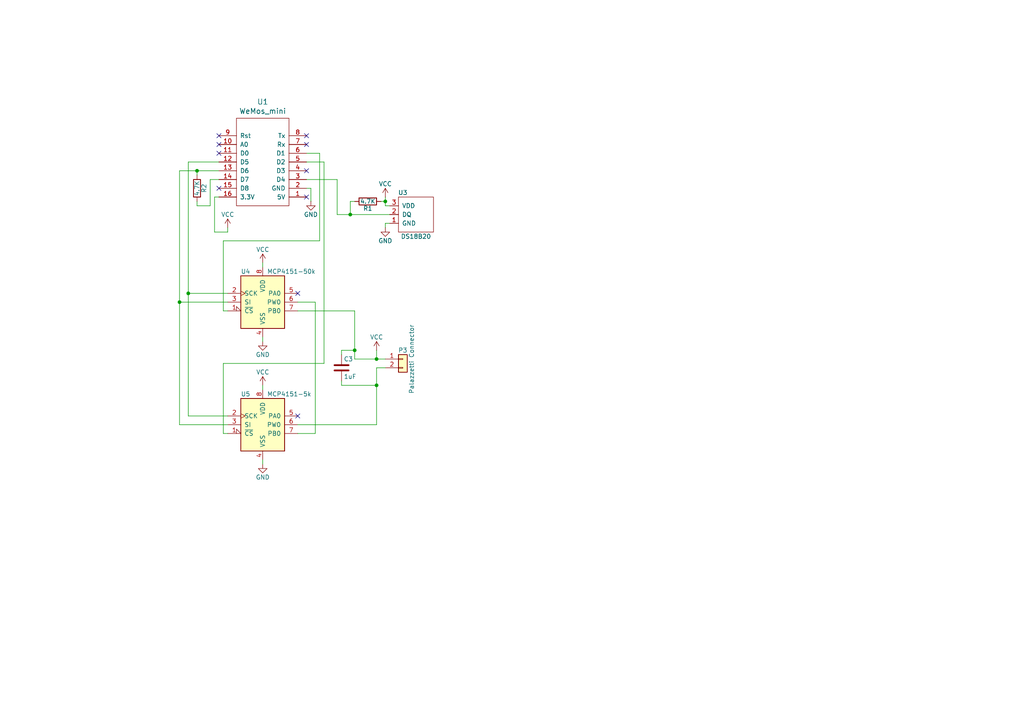
<source format=kicad_sch>
(kicad_sch (version 20231120) (generator "eeschema") (generator_version "8.0")
  (paper "A4")
  (lib_symbols
    (symbol "Connector_Generic:Conn_01x02" (pin_names (offset 1.016) hide)
      (property "Reference" "J" (at 0 2.54 0))
      (property "Value" "Conn_01x02" (at 0 -5.08 0))
      (symbol "Conn_01x02_1_1"
        (rectangle (start -1.27 -2.413) (end 0 -2.667) (stroke (width 0.1524)))
        (rectangle (start -1.27 0.127) (end 0 -0.127) (stroke (width 0.1524)))
        (rectangle (start -1.27 1.27) (end 1.27 -3.81) (stroke (width 0.254)) (fill (type background)))
        (pin passive line (at -5.08 0 0) (length 3.81) (name "Pin_1") (number "1"))
        (pin passive line (at -5.08 -2.54 0) (length 3.81) (name "Pin_2") (number "2"))
      )
    )
    (symbol "Device:C" (pin_numbers hide) (pin_names (offset 0.254))
      (property "Reference" "C" (at 0.635 2.54 0))
      (property "Value" "C" (at 0.635 -2.54 0))
      (symbol "C_0_1"
        (polyline (pts (xy -2.032 -0.762) (xy 2.032 -0.762)) (stroke (width 0.508)))
        (polyline (pts (xy -2.032 0.762) (xy 2.032 0.762)) (stroke (width 0.508)))
      )
      (symbol "C_1_1"
        (pin passive line (at 0 3.81 270) (length 2.794) (name "~") (number "1"))
        (pin passive line (at 0 -3.81 90) (length 2.794) (name "~") (number "2"))
      )
    )
    (symbol "Device:R" (pin_numbers hide) (pin_names (offset 0))
      (property "Reference" "R" (at 2.032 0 90))
      (property "Value" "R" (at 0 0 90))
      (symbol "R_0_1"
        (rectangle (start -1.016 -2.54) (end 1.016 2.54) (stroke (width 0.254)))
      )
      (symbol "R_1_1"
        (pin passive line (at 0 3.81 270) (length 1.27) (name "~") (number "1"))
        (pin passive line (at 0 -3.81 90) (length 1.27) (name "~") (number "2"))
      )
    )
    (symbol "DigiPot:MCP4151" (pin_names (offset 1.016))
      (property "Reference" "U" (at -6.35 8.89 0))
      (property "Value" "MCP4151" (at 1.27 8.89 0))
      (property "Datasheet" "http://ww1.microchip.com/downloads/en/DeviceDoc/22060b.pdf" (at 0 0 0))
      (symbol "MCP4151_0_1"
        (rectangle (start -6.35 7.62) (end 6.35 -7.62) (stroke (width 0.254)) (fill (type background)))
      )
      (symbol "MCP4151_1_1"
        (pin input input_low (at -10.16 -2.54 0) (length 3.81) (name "~{CS}") (number "1"))
        (pin passive clock (at -10.16 2.54 0) (length 3.81) (name "SCK") (number "2"))
        (pin input line (at -10.16 0 0) (length 3.81) (name "SI") (number "3"))
        (pin power_in line (at 0 -10.16 90) (length 2.54) (name "VSS") (number "4"))
        (pin passive line (at 10.16 2.54 180) (length 3.81) (name "PA0") (number "5"))
        (pin passive line (at 10.16 0 180) (length 3.81) (name "PW0") (number "6"))
        (pin passive line (at 10.16 -2.54 180) (length 3.81) (name "PB0") (number "7"))
        (pin power_in line (at 0 10.16 270) (length 2.54) (name "VDD") (number "8"))
      )
    )
    (symbol "maxim:DS18B20" (pin_names (offset 1.016))
      (property "Reference" "U" (at -3.81 6.35 0))
      (property "Value" "DS18B20" (at 0 -6.35 0))
      (property "Datasheet" "http://datasheets.maximintegrated.com/en/ds/DS18B20.pdf" (at -3.81 6.35 0))
      (symbol "DS18B20_0_1"
        (rectangle (start -5.08 5.08) (end 5.08 -5.08))
      )
      (symbol "DS18B20_1_1"
        (pin power_in line (at -7.62 -2.54 0) (length 2.54) (name "GND") (number "1"))
        (pin bidirectional line (at -7.62 0 0) (length 2.54) (name "DQ") (number "2"))
        (pin power_in line (at -7.62 2.54 0) (length 2.54) (name "VDD") (number "3"))
      )
    )
    (symbol "power:GND" (power) (pin_numbers hide) (pin_names (offset 0) hide)
      (property "Value" "GND" (at 0 -3.81 0))
      (symbol "GND_0_1"
        (polyline (pts (xy 0 0) (xy 0 -1.27) (xy 1.27 -1.27) (xy 0 -2.54) (xy -1.27 -1.27) (xy 0 -1.27)))
      )
      (symbol "GND_1_1"
        (pin power_in line (at 0 0 270) (length 0) (name "~") (number "1"))
      )
    )
    (symbol "power:VCC" (power) (pin_numbers hide) (pin_names (offset 0) hide)
      (property "Value" "VCC" (at 0 3.556 0))
      (symbol "VCC_0_1"
        (polyline (pts (xy -0.762 1.27) (xy 0 2.54)))
        (polyline (pts (xy 0 0) (xy 0 2.54)))
        (polyline (pts (xy 0 2.54) (xy 0.762 1.27)))
      )
      (symbol "VCC_1_1"
        (pin power_in line (at 0 0 90) (length 0) (name "~") (number "1"))
      )
    )
    (symbol "wemos_mini:WeMos_mini" (pin_names (offset 1.016))
      (property "Reference" "U" (at 0 12.7 0))
      (property "Value" "WeMos_mini" (at 0 -12.7 0))
      (property "Datasheet" "http://www.wemos.cc/Products/d1_mini.html" (at 13.97 -17.78 0))
      (symbol "WeMos_mini_0_1"
        (rectangle (start -7.62 11.43) (end 7.62 -13.97))
      )
      (symbol "WeMos_mini_1_1"
        (pin power_in line (at -12.7 8.89 0) (length 5.08) (name "5V") (number "1"))
        (pin bidirectional line (at 12.7 -6.35 180) (length 5.08) (name "A0") (number "10"))
        (pin bidirectional line (at 12.7 -3.81 180) (length 5.08) (name "D0") (number "11"))
        (pin bidirectional line (at 12.7 -1.27 180) (length 5.08) (name "D5") (number "12"))
        (pin bidirectional line (at 12.7 1.27 180) (length 5.08) (name "D6") (number "13"))
        (pin bidirectional line (at 12.7 3.81 180) (length 5.08) (name "D7") (number "14"))
        (pin bidirectional line (at 12.7 6.35 180) (length 5.08) (name "D8") (number "15"))
        (pin power_out line (at 12.7 8.89 180) (length 5.08) (name "3.3V") (number "16"))
        (pin power_in line (at -12.7 6.35 0) (length 5.08) (name "GND") (number "2"))
        (pin bidirectional line (at -12.7 3.81 0) (length 5.08) (name "D4") (number "3"))
        (pin bidirectional line (at -12.7 1.27 0) (length 5.08) (name "D3") (number "4"))
        (pin bidirectional line (at -12.7 -1.27 0) (length 5.08) (name "D2") (number "5"))
        (pin bidirectional line (at -12.7 -3.81 0) (length 5.08) (name "D1") (number "6"))
        (pin bidirectional line (at -12.7 -6.35 0) (length 5.08) (name "Rx") (number "7"))
        (pin bidirectional line (at -12.7 -8.89 0) (length 5.08) (name "Tx") (number "8"))
        (pin bidirectional line (at 12.7 -8.89 180) (length 5.08) (name "Rst") (number "9"))
      )
    )
  )
  (junction (at 57.15 49.53))
  (junction (at 54.61 85.09))
  (junction (at 101.6 62.23))
  (junction (at 52.07 87.63))
  (junction (at 102.87 101.6))
  (junction (at 111.76 58.42))
  (junction (at 109.22 104.14))
  (junction (at 109.22 111.76))
  (no_connect (at 88.9 49.53))
  (no_connect (at 63.5 54.61))
  (no_connect (at 63.5 44.45))
  (no_connect (at 86.36 85.09))
  (no_connect (at 88.9 57.15))
  (no_connect (at 63.5 39.37))
  (no_connect (at 88.9 41.91))
  (no_connect (at 86.36 120.65))
  (no_connect (at 88.9 39.37))
  (no_connect (at 63.5 41.91))
  (wire (pts (xy 60.96 59.69) (xy 57.15 59.69)))
  (wire (pts (xy 64.77 90.17) (xy 66.04 90.17)))
  (wire (pts (xy 91.44 87.63) (xy 91.44 125.73)))
  (wire (pts (xy 90.17 54.61) (xy 90.17 58.42)))
  (wire (pts (xy 63.5 49.53) (xy 57.15 49.53)))
  (wire (pts (xy 101.6 62.23) (xy 113.03 62.23)))
  (wire (pts (xy 92.71 44.45) (xy 92.71 69.85)))
  (wire (pts (xy 64.77 69.85) (xy 64.77 90.17)))
  (wire (pts (xy 54.61 120.65) (xy 66.04 120.65)))
  (wire (pts (xy 52.07 123.19) (xy 66.04 123.19)))
  (wire (pts (xy 111.76 58.42) (xy 110.49 58.42)))
  (wire (pts (xy 111.76 64.77) (xy 111.76 66.04)))
  (wire (pts (xy 54.61 85.09) (xy 66.04 85.09)))
  (wire (pts (xy 66.04 125.73) (xy 64.77 125.73)))
  (wire (pts (xy 64.77 105.41) (xy 93.98 105.41)))
  (wire (pts (xy 57.15 59.69) (xy 57.15 58.42)))
  (wire (pts (xy 76.2 133.35) (xy 76.2 134.62)))
  (wire (pts (xy 99.06 111.76) (xy 109.22 111.76)))
  (wire (pts (xy 88.9 54.61) (xy 90.17 54.61)))
  (wire (pts (xy 109.22 104.14) (xy 111.76 104.14)))
  (wire (pts (xy 76.2 111.76) (xy 76.2 113.03)))
  (wire (pts (xy 99.06 110.49) (xy 99.06 111.76)))
  (wire (pts (xy 97.79 62.23) (xy 101.6 62.23)))
  (wire (pts (xy 102.87 90.17) (xy 86.36 90.17)))
  (wire (pts (xy 52.07 49.53) (xy 52.07 87.63)))
  (wire (pts (xy 62.23 57.15) (xy 62.23 67.31)))
  (wire (pts (xy 64.77 125.73) (xy 64.77 105.41)))
  (wire (pts (xy 52.07 87.63) (xy 66.04 87.63)))
  (wire (pts (xy 102.87 101.6) (xy 102.87 90.17)))
  (wire (pts (xy 63.5 46.99) (xy 54.61 46.99)))
  (wire (pts (xy 102.87 104.14) (xy 109.22 104.14)))
  (wire (pts (xy 111.76 57.15) (xy 111.76 58.42)))
  (wire (pts (xy 93.98 46.99) (xy 93.98 105.41)))
  (wire (pts (xy 63.5 52.07) (xy 60.96 52.07)))
  (wire (pts (xy 88.9 44.45) (xy 92.71 44.45)))
  (wire (pts (xy 57.15 49.53) (xy 52.07 49.53)))
  (wire (pts (xy 92.71 69.85) (xy 64.77 69.85)))
  (wire (pts (xy 97.79 52.07) (xy 97.79 62.23)))
  (wire (pts (xy 62.23 67.31) (xy 66.04 67.31)))
  (wire (pts (xy 91.44 125.73) (xy 86.36 125.73)))
  (wire (pts (xy 109.22 106.68) (xy 111.76 106.68)))
  (wire (pts (xy 111.76 59.69) (xy 113.03 59.69)))
  (wire (pts (xy 63.5 57.15) (xy 62.23 57.15)))
  (wire (pts (xy 102.87 101.6) (xy 99.06 101.6)))
  (wire (pts (xy 86.36 123.19) (xy 109.22 123.19)))
  (wire (pts (xy 76.2 97.79) (xy 76.2 99.06)))
  (wire (pts (xy 111.76 58.42) (xy 111.76 59.69)))
  (wire (pts (xy 109.22 111.76) (xy 109.22 106.68)))
  (wire (pts (xy 101.6 58.42) (xy 101.6 62.23)))
  (wire (pts (xy 113.03 64.77) (xy 111.76 64.77)))
  (wire (pts (xy 109.22 101.6) (xy 109.22 104.14)))
  (wire (pts (xy 54.61 85.09) (xy 54.61 120.65)))
  (wire (pts (xy 109.22 123.19) (xy 109.22 111.76)))
  (wire (pts (xy 88.9 46.99) (xy 93.98 46.99)))
  (wire (pts (xy 86.36 87.63) (xy 91.44 87.63)))
  (wire (pts (xy 57.15 49.53) (xy 57.15 50.8)))
  (wire (pts (xy 60.96 52.07) (xy 60.96 59.69)))
  (wire (pts (xy 52.07 87.63) (xy 52.07 123.19)))
  (wire (pts (xy 66.04 67.31) (xy 66.04 66.04)))
  (wire (pts (xy 99.06 101.6) (xy 99.06 102.87)))
  (wire (pts (xy 102.87 104.14) (xy 102.87 101.6)))
  (wire (pts (xy 88.9 52.07) (xy 97.79 52.07)))
  (wire (pts (xy 102.87 58.42) (xy 101.6 58.42)))
  (wire (pts (xy 76.2 76.2) (xy 76.2 77.47)))
  (wire (pts (xy 54.61 46.99) (xy 54.61 85.09)))
  (symbol (lib_id "DigiPot:MCP4151") (at 76.2 123.19 0) (unit 1)
    (property "Reference" "U5" (at 69.85 114.3 0) (effects (justify left)))
    (property "Value" "MCP4151-5k" (at 77.47 114.3 0) (effects (justify left)))
    (property "Footprint" "Housings_DIP:DIP-8_W7.62mm_LongPads" (effects (hide yes)))
  )
  (symbol (lib_id "DigiPot:MCP4151") (at 76.2 87.63 0) (unit 1)
    (property "Reference" "U4" (at 69.85 78.74 0) (effects (justify left)))
    (property "Value" "MCP4151-50k" (at 77.47 78.74 0) (effects (justify left)))
    (property "Footprint" "Housings_DIP:DIP-8_W7.62mm_LongPads" (effects (hide yes)))
  )
  (symbol (lib_id "Connector_Generic:Conn_01x02") (at 116.84 104.14 0) (unit 1)
    (property "Reference" "P3" (at 116.84 101.6 0))
    (property "Value" "Palazzetti Connector" (at 119.38 104.14 90))
    (property "Footprint" "Connect:bornier2" (effects (hide yes)))
  )
  (symbol (lib_id "power:VCC") (at 66.04 66.04 0) (unit 1)
    (property "Reference" "#PWR08" (effects (hide yes)))
    (property "Value" "VCC" (at 66.04 62.23 0))
  )
  (symbol (lib_id "power:GND") (at 90.17 58.42 0) (unit 1)
    (property "Reference" "#PWR09" (effects (hide yes)))
    (property "Value" "GND" (at 90.17 62.23 0))
  )
  (symbol (lib_id "power:VCC") (at 76.2 111.76 0) (unit 1)
    (property "Reference" "#PWR010" (effects (hide yes)))
    (property "Value" "VCC" (at 76.2 107.95 0))
  )
  (symbol (lib_id "power:VCC") (at 76.2 76.2 0) (unit 1)
    (property "Reference" "#PWR011" (effects (hide yes)))
    (property "Value" "VCC" (at 76.2 72.39 0))
  )
  (symbol (lib_id "power:GND") (at 76.2 134.62 0) (unit 1)
    (property "Reference" "#PWR012" (effects (hide yes)))
    (property "Value" "GND" (at 76.2 138.43 0))
  )
  (symbol (lib_id "power:GND") (at 76.2 99.06 0) (unit 1)
    (property "Reference" "#PWR013" (effects (hide yes)))
    (property "Value" "GND" (at 76.2 102.87 0))
  )
  (symbol (lib_id "Device:R") (at 57.15 54.61 0) (unit 1)
    (property "Reference" "R2" (at 59.182 54.61 90))
    (property "Value" "4.7K" (at 57.15 54.61 90))
    (property "Footprint" "Resistors_SMD:R_0805_HandSoldering" (effects (hide yes)))
  )
  (symbol (lib_id "maxim:DS18B20") (at 120.65 62.23 0) (unit 1)
    (property "Reference" "U3" (at 116.84 55.88 0))
    (property "Value" "DS18B20" (at 120.65 68.58 0))
    (property "Footprint" "Pin_Headers:Pin_Header_Straight_1x03_Pitch2.54mm" (effects (hide yes)))
  )
  (symbol (lib_id "power:GND") (at 111.76 66.04 0) (unit 1)
    (property "Reference" "#PWR014" (effects (hide yes)))
    (property "Value" "GND" (at 111.76 69.85 0))
  )
  (symbol (lib_id "power:VCC") (at 111.76 57.15 0) (unit 1)
    (property "Reference" "#PWR015" (effects (hide yes)))
    (property "Value" "VCC" (at 111.76 53.34 0))
  )
  (symbol (lib_id "Device:R") (at 106.68 58.42 270) (unit 1)
    (property "Reference" "R1" (at 106.68 60.452 90))
    (property "Value" "4.7K" (at 106.68 58.42 90))
    (property "Footprint" "Resistors_SMD:R_0805_HandSoldering" (effects (hide yes)))
  )
  (symbol (lib_id "power:VCC") (at 109.22 101.6 0) (unit 1)
    (property "Reference" "#PWR016" (effects (hide yes)))
    (property "Value" "VCC" (at 109.22 97.79 0))
  )
  (symbol (lib_id "Device:C") (at 99.06 106.68 0) (unit 1)
    (property "Reference" "C3" (at 99.695 104.14 0) (effects (justify left)))
    (property "Value" "1uF" (at 99.695 109.22 0) (effects (justify left)))
    (property "Footprint" "Capacitors_SMD:C_0805_HandSoldering" (effects (hide yes)))
  )
  (symbol (lib_id "wemos_mini:WeMos_mini") (at 76.2 48.26 180) (unit 1)
    (property "Reference" "U1" (at 76.2 29.5402 0) (effects (font (size 1.524 1.524))))
    (property "Value" "WeMos_mini" (at 76.2 32.2326 0) (effects (font (size 1.524 1.524))))
    (property "Footprint" "wemos_d1_mini:wemos-d1-mini-DIL-only" (effects (hide yes)))
    (property "Datasheet" "http://www.wemos.cc/Products/d1_mini.html" (effects (hide yes)))
  )
)
</source>
